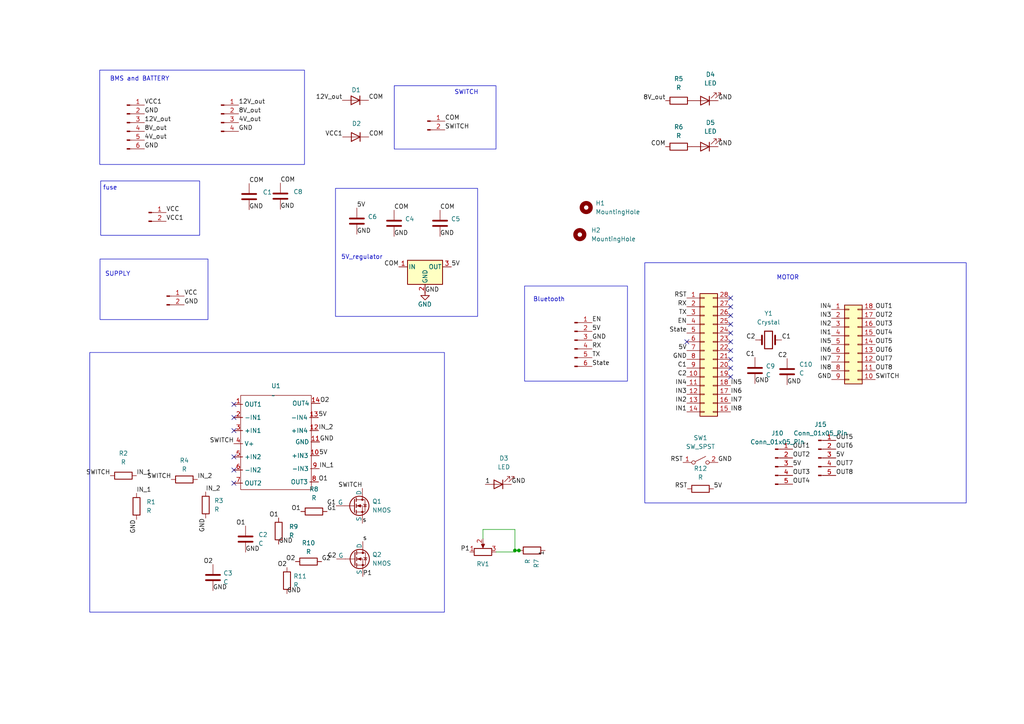
<source format=kicad_sch>
(kicad_sch (version 20230121) (generator eeschema)
  (paper "A4")
  (lib_symbols
    (symbol "Connector:Conn_01x02_Pin" (pin_names (offset 1.016) hide)
      (property "Reference" "J" (at 0 2.54 0))
      (property "Value" "Conn_01x02_Pin" (at 0 -5.08 0))
      (symbol "Conn_01x02_Pin_1_1"
        (polyline (pts (xy 1.27 -2.54) (xy 0.8636 -2.54)) (stroke (width 0.1524)))
        (polyline (pts (xy 1.27 0) (xy 0.8636 0)) (stroke (width 0.1524)))
        (rectangle (start 0.8636 -2.413) (end 0 -2.667) (stroke (width 0.1524)) (fill (type outline)))
        (rectangle (start 0.8636 0.127) (end 0 -0.127) (stroke (width 0.1524)) (fill (type outline)))
        (pin passive line (at 5.08 0 180) (length 3.81) (name "Pin_1") (number "1"))
        (pin passive line (at 5.08 -2.54 180) (length 3.81) (name "Pin_2") (number "2"))
      )
    )
    (symbol "Connector:Conn_01x04_Pin" (pin_names (offset 1.016) hide)
      (property "Reference" "J" (at 0 5.08 0))
      (property "Value" "Conn_01x04_Pin" (at 0 -7.62 0))
      (symbol "Conn_01x04_Pin_1_1"
        (polyline (pts (xy 1.27 -5.08) (xy 0.8636 -5.08)) (stroke (width 0.1524)))
        (polyline (pts (xy 1.27 -2.54) (xy 0.8636 -2.54)) (stroke (width 0.1524)))
        (polyline (pts (xy 1.27 0) (xy 0.8636 0)) (stroke (width 0.1524)))
        (polyline (pts (xy 1.27 2.54) (xy 0.8636 2.54)) (stroke (width 0.1524)))
        (rectangle (start 0.8636 -4.953) (end 0 -5.207) (stroke (width 0.1524)) (fill (type outline)))
        (rectangle (start 0.8636 -2.413) (end 0 -2.667) (stroke (width 0.1524)) (fill (type outline)))
        (rectangle (start 0.8636 0.127) (end 0 -0.127) (stroke (width 0.1524)) (fill (type outline)))
        (rectangle (start 0.8636 2.667) (end 0 2.413) (stroke (width 0.1524)) (fill (type outline)))
        (pin passive line (at 5.08 2.54 180) (length 3.81) (name "Pin_1") (number "1"))
        (pin passive line (at 5.08 0 180) (length 3.81) (name "Pin_2") (number "2"))
        (pin passive line (at 5.08 -2.54 180) (length 3.81) (name "Pin_3") (number "3"))
        (pin passive line (at 5.08 -5.08 180) (length 3.81) (name "Pin_4") (number "4"))
      )
    )
    (symbol "Connector:Conn_01x05_Pin" (pin_names (offset 1.016) hide)
      (property "Reference" "J" (at 0 7.62 0))
      (property "Value" "Conn_01x05_Pin" (at 0 -7.62 0))
      (symbol "Conn_01x05_Pin_1_1"
        (polyline (pts (xy 1.27 -5.08) (xy 0.8636 -5.08)) (stroke (width 0.1524)))
        (polyline (pts (xy 1.27 -2.54) (xy 0.8636 -2.54)) (stroke (width 0.1524)))
        (polyline (pts (xy 1.27 0) (xy 0.8636 0)) (stroke (width 0.1524)))
        (polyline (pts (xy 1.27 2.54) (xy 0.8636 2.54)) (stroke (width 0.1524)))
        (polyline (pts (xy 1.27 5.08) (xy 0.8636 5.08)) (stroke (width 0.1524)))
        (rectangle (start 0.8636 -4.953) (end 0 -5.207) (stroke (width 0.1524)) (fill (type outline)))
        (rectangle (start 0.8636 -2.413) (end 0 -2.667) (stroke (width 0.1524)) (fill (type outline)))
        (rectangle (start 0.8636 0.127) (end 0 -0.127) (stroke (width 0.1524)) (fill (type outline)))
        (rectangle (start 0.8636 2.667) (end 0 2.413) (stroke (width 0.1524)) (fill (type outline)))
        (rectangle (start 0.8636 5.207) (end 0 4.953) (stroke (width 0.1524)) (fill (type outline)))
        (pin passive line (at 5.08 5.08 180) (length 3.81) (name "Pin_1") (number "1"))
        (pin passive line (at 5.08 2.54 180) (length 3.81) (name "Pin_2") (number "2"))
        (pin passive line (at 5.08 0 180) (length 3.81) (name "Pin_3") (number "3"))
        (pin passive line (at 5.08 -2.54 180) (length 3.81) (name "Pin_4") (number "4"))
        (pin passive line (at 5.08 -5.08 180) (length 3.81) (name "Pin_5") (number "5"))
      )
    )
    (symbol "Connector:Conn_01x06_Pin" (pin_names (offset 1.016) hide)
      (property "Reference" "J" (at 0 7.62 0))
      (property "Value" "Conn_01x06_Pin" (at 0 -10.16 0))
      (symbol "Conn_01x06_Pin_1_1"
        (polyline (pts (xy 1.27 -7.62) (xy 0.8636 -7.62)) (stroke (width 0.1524)))
        (polyline (pts (xy 1.27 -5.08) (xy 0.8636 -5.08)) (stroke (width 0.1524)))
        (polyline (pts (xy 1.27 -2.54) (xy 0.8636 -2.54)) (stroke (width 0.1524)))
        (polyline (pts (xy 1.27 0) (xy 0.8636 0)) (stroke (width 0.1524)))
        (polyline (pts (xy 1.27 2.54) (xy 0.8636 2.54)) (stroke (width 0.1524)))
        (polyline (pts (xy 1.27 5.08) (xy 0.8636 5.08)) (stroke (width 0.1524)))
        (rectangle (start 0.8636 -7.493) (end 0 -7.747) (stroke (width 0.1524)) (fill (type outline)))
        (rectangle (start 0.8636 -4.953) (end 0 -5.207) (stroke (width 0.1524)) (fill (type outline)))
        (rectangle (start 0.8636 -2.413) (end 0 -2.667) (stroke (width 0.1524)) (fill (type outline)))
        (rectangle (start 0.8636 0.127) (end 0 -0.127) (stroke (width 0.1524)) (fill (type outline)))
        (rectangle (start 0.8636 2.667) (end 0 2.413) (stroke (width 0.1524)) (fill (type outline)))
        (rectangle (start 0.8636 5.207) (end 0 4.953) (stroke (width 0.1524)) (fill (type outline)))
        (pin passive line (at 5.08 5.08 180) (length 3.81) (name "Pin_1") (number "1"))
        (pin passive line (at 5.08 2.54 180) (length 3.81) (name "Pin_2") (number "2"))
        (pin passive line (at 5.08 0 180) (length 3.81) (name "Pin_3") (number "3"))
        (pin passive line (at 5.08 -2.54 180) (length 3.81) (name "Pin_4") (number "4"))
        (pin passive line (at 5.08 -5.08 180) (length 3.81) (name "Pin_5") (number "5"))
        (pin passive line (at 5.08 -7.62 180) (length 3.81) (name "Pin_6") (number "6"))
      )
    )
    (symbol "Connector_Generic:Conn_02x09_Counter_Clockwise" (pin_names (offset 1.016) hide)
      (property "Reference" "J" (at 1.27 12.7 0))
      (property "Value" "Conn_02x09_Counter_Clockwise" (at 1.27 -12.7 0))
      (symbol "Conn_02x09_Counter_Clockwise_1_1"
        (rectangle (start -1.27 -10.033) (end 0 -10.287) (stroke (width 0.1524)))
        (rectangle (start -1.27 -7.493) (end 0 -7.747) (stroke (width 0.1524)))
        (rectangle (start -1.27 -4.953) (end 0 -5.207) (stroke (width 0.1524)))
        (rectangle (start -1.27 -2.413) (end 0 -2.667) (stroke (width 0.1524)))
        (rectangle (start -1.27 0.127) (end 0 -0.127) (stroke (width 0.1524)))
        (rectangle (start -1.27 2.667) (end 0 2.413) (stroke (width 0.1524)))
        (rectangle (start -1.27 5.207) (end 0 4.953) (stroke (width 0.1524)))
        (rectangle (start -1.27 7.747) (end 0 7.493) (stroke (width 0.1524)))
        (rectangle (start -1.27 10.287) (end 0 10.033) (stroke (width 0.1524)))
        (rectangle (start -1.27 11.43) (end 3.81 -11.43) (stroke (width 0.254)) (fill (type background)))
        (rectangle (start 3.81 -10.033) (end 2.54 -10.287) (stroke (width 0.1524)))
        (rectangle (start 3.81 -7.493) (end 2.54 -7.747) (stroke (width 0.1524)))
        (rectangle (start 3.81 -4.953) (end 2.54 -5.207) (stroke (width 0.1524)))
        (rectangle (start 3.81 -2.413) (end 2.54 -2.667) (stroke (width 0.1524)))
        (rectangle (start 3.81 0.127) (end 2.54 -0.127) (stroke (width 0.1524)))
        (rectangle (start 3.81 2.667) (end 2.54 2.413) (stroke (width 0.1524)))
        (rectangle (start 3.81 5.207) (end 2.54 4.953) (stroke (width 0.1524)))
        (rectangle (start 3.81 7.747) (end 2.54 7.493) (stroke (width 0.1524)))
        (rectangle (start 3.81 10.287) (end 2.54 10.033) (stroke (width 0.1524)))
        (pin passive line (at -5.08 10.16 0) (length 3.81) (name "Pin_1") (number "1"))
        (pin passive line (at 7.62 -10.16 180) (length 3.81) (name "Pin_10") (number "10"))
        (pin passive line (at 7.62 -7.62 180) (length 3.81) (name "Pin_11") (number "11"))
        (pin passive line (at 7.62 -5.08 180) (length 3.81) (name "Pin_12") (number "12"))
        (pin passive line (at 7.62 -2.54 180) (length 3.81) (name "Pin_13") (number "13"))
        (pin passive line (at 7.62 0 180) (length 3.81) (name "Pin_14") (number "14"))
        (pin passive line (at 7.62 2.54 180) (length 3.81) (name "Pin_15") (number "15"))
        (pin passive line (at 7.62 5.08 180) (length 3.81) (name "Pin_16") (number "16"))
        (pin passive line (at 7.62 7.62 180) (length 3.81) (name "Pin_17") (number "17"))
        (pin passive line (at 7.62 10.16 180) (length 3.81) (name "Pin_18") (number "18"))
        (pin passive line (at -5.08 7.62 0) (length 3.81) (name "Pin_2") (number "2"))
        (pin passive line (at -5.08 5.08 0) (length 3.81) (name "Pin_3") (number "3"))
        (pin passive line (at -5.08 2.54 0) (length 3.81) (name "Pin_4") (number "4"))
        (pin passive line (at -5.08 0 0) (length 3.81) (name "Pin_5") (number "5"))
        (pin passive line (at -5.08 -2.54 0) (length 3.81) (name "Pin_6") (number "6"))
        (pin passive line (at -5.08 -5.08 0) (length 3.81) (name "Pin_7") (number "7"))
        (pin passive line (at -5.08 -7.62 0) (length 3.81) (name "Pin_8") (number "8"))
        (pin passive line (at -5.08 -10.16 0) (length 3.81) (name "Pin_9") (number "9"))
      )
    )
    (symbol "Connector_Generic:Conn_02x14_Counter_Clockwise" (pin_names (offset 1.016) hide)
      (property "Reference" "J" (at 1.27 17.78 0))
      (property "Value" "Conn_02x14_Counter_Clockwise" (at 1.27 -20.32 0))
      (symbol "Conn_02x14_Counter_Clockwise_1_1"
        (rectangle (start -1.27 -17.653) (end 0 -17.907) (stroke (width 0.1524)))
        (rectangle (start -1.27 -15.113) (end 0 -15.367) (stroke (width 0.1524)))
        (rectangle (start -1.27 -12.573) (end 0 -12.827) (stroke (width 0.1524)))
        (rectangle (start -1.27 -10.033) (end 0 -10.287) (stroke (width 0.1524)))
        (rectangle (start -1.27 -7.493) (end 0 -7.747) (stroke (width 0.1524)))
        (rectangle (start -1.27 -4.953) (end 0 -5.207) (stroke (width 0.1524)))
        (rectangle (start -1.27 -2.413) (end 0 -2.667) (stroke (width 0.1524)))
        (rectangle (start -1.27 0.127) (end 0 -0.127) (stroke (width 0.1524)))
        (rectangle (start -1.27 2.667) (end 0 2.413) (stroke (width 0.1524)))
        (rectangle (start -1.27 5.207) (end 0 4.953) (stroke (width 0.1524)))
        (rectangle (start -1.27 7.747) (end 0 7.493) (stroke (width 0.1524)))
        (rectangle (start -1.27 10.287) (end 0 10.033) (stroke (width 0.1524)))
        (rectangle (start -1.27 12.827) (end 0 12.573) (stroke (width 0.1524)))
        (rectangle (start -1.27 15.367) (end 0 15.113) (stroke (width 0.1524)))
        (rectangle (start -1.27 16.51) (end 3.81 -19.05) (stroke (width 0.254)) (fill (type background)))
        (rectangle (start 3.81 -17.653) (end 2.54 -17.907) (stroke (width 0.1524)))
        (rectangle (start 3.81 -15.113) (end 2.54 -15.367) (stroke (width 0.1524)))
        (rectangle (start 3.81 -12.573) (end 2.54 -12.827) (stroke (width 0.1524)))
        (rectangle (start 3.81 -10.033) (end 2.54 -10.287) (stroke (width 0.1524)))
        (rectangle (start 3.81 -7.493) (end 2.54 -7.747) (stroke (width 0.1524)))
        (rectangle (start 3.81 -4.953) (end 2.54 -5.207) (stroke (width 0.1524)))
        (rectangle (start 3.81 -2.413) (end 2.54 -2.667) (stroke (width 0.1524)))
        (rectangle (start 3.81 0.127) (end 2.54 -0.127) (stroke (width 0.1524)))
        (rectangle (start 3.81 2.667) (end 2.54 2.413) (stroke (width 0.1524)))
        (rectangle (start 3.81 5.207) (end 2.54 4.953) (stroke (width 0.1524)))
        (rectangle (start 3.81 7.747) (end 2.54 7.493) (stroke (width 0.1524)))
        (rectangle (start 3.81 10.287) (end 2.54 10.033) (stroke (width 0.1524)))
        (rectangle (start 3.81 12.827) (end 2.54 12.573) (stroke (width 0.1524)))
        (rectangle (start 3.81 15.367) (end 2.54 15.113) (stroke (width 0.1524)))
        (pin passive line (at -5.08 15.24 0) (length 3.81) (name "Pin_1") (number "1"))
        (pin passive line (at -5.08 -7.62 0) (length 3.81) (name "Pin_10") (number "10"))
        (pin passive line (at -5.08 -10.16 0) (length 3.81) (name "Pin_11") (number "11"))
        (pin passive line (at -5.08 -12.7 0) (length 3.81) (name "Pin_12") (number "12"))
        (pin passive line (at -5.08 -15.24 0) (length 3.81) (name "Pin_13") (number "13"))
        (pin passive line (at -5.08 -17.78 0) (length 3.81) (name "Pin_14") (number "14"))
        (pin passive line (at 7.62 -17.78 180) (length 3.81) (name "Pin_15") (number "15"))
        (pin passive line (at 7.62 -15.24 180) (length 3.81) (name "Pin_16") (number "16"))
        (pin passive line (at 7.62 -12.7 180) (length 3.81) (name "Pin_17") (number "17"))
        (pin passive line (at 7.62 -10.16 180) (length 3.81) (name "Pin_18") (number "18"))
        (pin passive line (at 7.62 -7.62 180) (length 3.81) (name "Pin_19") (number "19"))
        (pin passive line (at -5.08 12.7 0) (length 3.81) (name "Pin_2") (number "2"))
        (pin passive line (at 7.62 -5.08 180) (length 3.81) (name "Pin_20") (number "20"))
        (pin passive line (at 7.62 -2.54 180) (length 3.81) (name "Pin_21") (number "21"))
        (pin passive line (at 7.62 0 180) (length 3.81) (name "Pin_22") (number "22"))
        (pin passive line (at 7.62 2.54 180) (length 3.81) (name "Pin_23") (number "23"))
        (pin passive line (at 7.62 5.08 180) (length 3.81) (name "Pin_24") (number "24"))
        (pin passive line (at 7.62 7.62 180) (length 3.81) (name "Pin_25") (number "25"))
        (pin passive line (at 7.62 10.16 180) (length 3.81) (name "Pin_26") (number "26"))
        (pin passive line (at 7.62 12.7 180) (length 3.81) (name "Pin_27") (number "27"))
        (pin passive line (at 7.62 15.24 180) (length 3.81) (name "Pin_28") (number "28"))
        (pin passive line (at -5.08 10.16 0) (length 3.81) (name "Pin_3") (number "3"))
        (pin passive line (at -5.08 7.62 0) (length 3.81) (name "Pin_4") (number "4"))
        (pin passive line (at -5.08 5.08 0) (length 3.81) (name "Pin_5") (number "5"))
        (pin passive line (at -5.08 2.54 0) (length 3.81) (name "Pin_6") (number "6"))
        (pin passive line (at -5.08 0 0) (length 3.81) (name "Pin_7") (number "7"))
        (pin passive line (at -5.08 -2.54 0) (length 3.81) (name "Pin_8") (number "8"))
        (pin passive line (at -5.08 -5.08 0) (length 3.81) (name "Pin_9") (number "9"))
      )
    )
    (symbol "Device:C" (pin_numbers hide) (pin_names (offset 0.254))
      (property "Reference" "C" (at 0.635 2.54 0))
      (property "Value" "C" (at 0.635 -2.54 0))
      (symbol "C_0_1"
        (polyline (pts (xy -2.032 -0.762) (xy 2.032 -0.762)) (stroke (width 0.508)))
        (polyline (pts (xy -2.032 0.762) (xy 2.032 0.762)) (stroke (width 0.508)))
      )
      (symbol "C_1_1"
        (pin passive line (at 0 3.81 270) (length 2.794) (name "~") (number "1"))
        (pin passive line (at 0 -3.81 90) (length 2.794) (name "~") (number "2"))
      )
    )
    (symbol "Device:Crystal" (pin_numbers hide) (pin_names (offset 1.016) hide)
      (property "Reference" "Y" (at 0 3.81 0))
      (property "Value" "Crystal" (at 0 -3.81 0))
      (symbol "Crystal_0_1"
        (rectangle (start -1.143 2.54) (end 1.143 -2.54) (stroke (width 0.3048)))
        (polyline (pts (xy -2.54 0) (xy -1.905 0)))
        (polyline (pts (xy -1.905 -1.27) (xy -1.905 1.27)) (stroke (width 0.508)))
        (polyline (pts (xy 1.905 -1.27) (xy 1.905 1.27)) (stroke (width 0.508)))
        (polyline (pts (xy 2.54 0) (xy 1.905 0)))
      )
      (symbol "Crystal_1_1"
        (pin passive line (at -3.81 0 0) (length 1.27) (name "1") (number "1"))
        (pin passive line (at 3.81 0 180) (length 1.27) (name "2") (number "2"))
      )
    )
    (symbol "Device:LED" (pin_numbers hide) (pin_names (offset 1.016) hide)
      (property "Reference" "D" (at 0 2.54 0))
      (property "Value" "LED" (at 0 -2.54 0))
      (symbol "LED_0_1"
        (polyline (pts (xy -1.27 -1.27) (xy -1.27 1.27)) (stroke (width 0.254)))
        (polyline (pts (xy -1.27 0) (xy 1.27 0)))
        (polyline (pts (xy 1.27 -1.27) (xy 1.27 1.27) (xy -1.27 0) (xy 1.27 -1.27)) (stroke (width 0.254)))
        (polyline (pts (xy -3.048 -0.762) (xy -4.572 -2.286) (xy -3.81 -2.286) (xy -4.572 -2.286) (xy -4.572 -1.524)))
        (polyline (pts (xy -1.778 -0.762) (xy -3.302 -2.286) (xy -2.54 -2.286) (xy -3.302 -2.286) (xy -3.302 -1.524)))
      )
      (symbol "LED_1_1"
        (pin passive line (at -3.81 0 0) (length 2.54) (name "K") (number "1"))
        (pin passive line (at 3.81 0 180) (length 2.54) (name "A") (number "2"))
      )
    )
    (symbol "Device:R" (pin_numbers hide) (pin_names (offset 0))
      (property "Reference" "R" (at 2.032 0 90))
      (property "Value" "R" (at 0 0 90))
      (symbol "R_0_1"
        (rectangle (start -1.016 -2.54) (end 1.016 2.54) (stroke (width 0.254)))
      )
      (symbol "R_1_1"
        (pin passive line (at 0 3.81 270) (length 1.27) (name "~") (number "1"))
        (pin passive line (at 0 -3.81 90) (length 1.27) (name "~") (number "2"))
      )
    )
    (symbol "Device:R_Potentiometer" (pin_names (offset 1.016) hide)
      (property "Reference" "RV" (at -4.445 0 90))
      (property "Value" "R_Potentiometer" (at -2.54 0 90))
      (symbol "R_Potentiometer_0_1"
        (polyline (pts (xy 2.54 0) (xy 1.524 0)))
        (polyline (pts (xy 1.143 0) (xy 2.286 0.508) (xy 2.286 -0.508) (xy 1.143 0)) (fill (type outline)))
        (rectangle (start 1.016 2.54) (end -1.016 -2.54) (stroke (width 0.254)))
      )
      (symbol "R_Potentiometer_1_1"
        (pin passive line (at 0 3.81 270) (length 1.27) (name "1") (number "1"))
        (pin passive line (at 3.81 0 180) (length 1.27) (name "2") (number "2"))
        (pin passive line (at 0 -3.81 90) (length 1.27) (name "3") (number "3"))
      )
    )
    (symbol "Diode:1N914" (pin_numbers hide) (pin_names hide)
      (property "Reference" "D" (at 0 2.54 0))
      (property "Value" "1N914" (at 0 -2.54 0))
      (symbol "1N914_0_1"
        (polyline (pts (xy -1.27 1.27) (xy -1.27 -1.27)) (stroke (width 0.254)))
        (polyline (pts (xy 1.27 0) (xy -1.27 0)))
        (polyline (pts (xy 1.27 1.27) (xy 1.27 -1.27) (xy -1.27 0) (xy 1.27 1.27)) (stroke (width 0.254)))
      )
      (symbol "1N914_1_1"
        (pin passive line (at -3.81 0 0) (length 2.54) (name "K") (number "1"))
        (pin passive line (at 3.81 0 180) (length 2.54) (name "A") (number "2"))
      )
    )
    (symbol "Mechanical:MountingHole" (pin_names (offset 1.016))
      (property "Reference" "H" (at 0 5.08 0))
      (property "Value" "MountingHole" (at 0 3.175 0))
      (symbol "MountingHole_0_1"
        (circle (center 0 0) (radius 1.27) (stroke (width 1.27)))
      )
    )
    (symbol "Regulator_Linear:L7805" (pin_names (offset 0.254))
      (property "Reference" "U" (at -3.81 3.175 0))
      (property "Value" "L7805" (at 0 3.175 0))
      (symbol "L7805_0_1"
        (rectangle (start -5.08 1.905) (end 5.08 -5.08) (stroke (width 0.254)) (fill (type background)))
      )
      (symbol "L7805_1_1"
        (pin power_in line (at -7.62 0 0) (length 2.54) (name "IN") (number "1"))
        (pin power_in line (at 0 -7.62 90) (length 2.54) (name "GND") (number "2"))
        (pin power_out line (at 7.62 0 180) (length 2.54) (name "OUT") (number "3"))
      )
    )
    (symbol "Simulation_SPICE:NMOS" (pin_numbers hide) (pin_names (offset 0))
      (property "Reference" "Q" (at 5.08 1.27 0))
      (property "Value" "NMOS" (at 5.08 -1.27 0))
      (symbol "NMOS_0_1"
        (polyline (pts (xy 0.254 0) (xy -2.54 0)))
        (polyline (pts (xy 0.254 1.905) (xy 0.254 -1.905)) (stroke (width 0.254)))
        (polyline (pts (xy 0.762 -1.27) (xy 0.762 -2.286)) (stroke (width 0.254)))
        (polyline (pts (xy 0.762 0.508) (xy 0.762 -0.508)) (stroke (width 0.254)))
        (polyline (pts (xy 0.762 2.286) (xy 0.762 1.27)) (stroke (width 0.254)))
        (polyline (pts (xy 2.54 2.54) (xy 2.54 1.778)))
        (polyline (pts (xy 2.54 -2.54) (xy 2.54 0) (xy 0.762 0)))
        (polyline (pts (xy 0.762 -1.778) (xy 3.302 -1.778) (xy 3.302 1.778) (xy 0.762 1.778)))
        (polyline (pts (xy 1.016 0) (xy 2.032 0.381) (xy 2.032 -0.381) (xy 1.016 0)) (fill (type outline)))
        (polyline (pts (xy 2.794 0.508) (xy 2.921 0.381) (xy 3.683 0.381) (xy 3.81 0.254)))
        (polyline (pts (xy 3.302 0.381) (xy 2.921 -0.254) (xy 3.683 -0.254) (xy 3.302 0.381)))
        (circle (center 1.651 0) (radius 2.794) (stroke (width 0.254)))
        (circle (center 2.54 -1.778) (radius 0.254) (fill (type outline)))
        (circle (center 2.54 1.778) (radius 0.254) (fill (type outline)))
      )
      (symbol "NMOS_1_1"
        (pin passive line (at 2.54 5.08 270) (length 2.54) (name "D") (number "1"))
        (pin input line (at -5.08 0 0) (length 2.54) (name "G") (number "2"))
        (pin passive line (at 2.54 -5.08 90) (length 2.54) (name "S") (number "3"))
      )
    )
    (symbol "Switch:SW_SPST" (pin_names (offset 0) hide)
      (property "Reference" "SW" (at 0 3.175 0))
      (property "Value" "SW_SPST" (at 0 -2.54 0))
      (symbol "SW_SPST_0_0"
        (circle (center -2.032 0) (radius 0.508))
        (polyline (pts (xy -1.524 0.254) (xy 1.524 1.778)))
        (circle (center 2.032 0) (radius 0.508))
      )
      (symbol "SW_SPST_1_1"
        (pin passive line (at -5.08 0 0) (length 2.54) (name "A") (number "1"))
        (pin passive line (at 5.08 0 180) (length 2.54) (name "B") (number "2"))
      )
    )
    (symbol "opamp:L"
      (property "Reference" "U" (at 0 0 0))
      (symbol "L_0_1"
        (rectangle (start -9.4742 0.0508) (end 11.0236 -27.2796))
      )
      (symbol "L_1_1"
        (pin output line (at -11.43 -2.54 0) (length 2.54) (name "OUT1") (number "1"))
        (pin output line (at 13.2588 -17.4244 180) (length 2.54) (name "+IN3") (number "10"))
        (pin input line (at 13.462 -13.4366 180) (length 2.54) (name "GND") (number "11"))
        (pin input line (at 13.1064 -10.16 180) (length 2.54) (name "+IN4") (number "12"))
        (pin input line (at 13.0556 -6.3754 180) (length 2.54) (name "-IN4") (number "13"))
        (pin output line (at 13.5382 -2.2606 180) (length 2.54) (name "OUT4") (number "14"))
        (pin input line (at -11.43 -6.35 0) (length 2.54) (name "-IN1") (number "2"))
        (pin input line (at -11.43 -10.16 0) (length 2.54) (name "+IN1") (number "3"))
        (pin input line (at -11.43 -13.97 0) (length 2.54) (name "V+") (number "4"))
        (pin input line (at -11.43 -17.78 0) (length 2.54) (name "+IN2") (number "5"))
        (pin input line (at -11.43 -21.59 0) (length 2.54) (name "-IN2") (number "6"))
        (pin output line (at -11.43 -25.4 0) (length 2.54) (name "OUT2") (number "7"))
        (pin output line (at 13.1064 -25.0444 180) (length 2.54) (name "OUT3") (number "8"))
        (pin output line (at 13.335 -21.209 180) (length 2.54) (name "-IN3") (number "9"))
      )
    )
    (symbol "power:GND" (power) (pin_names (offset 0))
      (property "Value" "GND" (at 0 -3.81 0))
      (symbol "GND_0_1"
        (polyline (pts (xy 0 0) (xy 0 -1.27) (xy 1.27 -1.27) (xy 0 -2.54) (xy -1.27 -1.27) (xy 0 -1.27)))
      )
      (symbol "GND_1_1"
        (pin power_in line (at 0 0 270) (length 0) hide (name "GND") (number "1"))
      )
    )
  )
  (junction (at 149.352 159.6644))
  (junction (at 150.495 159.6644))
  (no_connect (at 199.2122 99.1362))
  (no_connect (at 211.9122 96.5962))
  (no_connect (at 67.8434 124.8918))
  (no_connect (at 211.9122 104.2162))
  (no_connect (at 211.9122 91.5162))
  (no_connect (at 211.9122 88.9762))
  (no_connect (at 67.8434 117.2718))
  (no_connect (at 211.9122 86.4362))
  (no_connect (at 67.8434 140.1318))
  (no_connect (at 211.9122 94.0562))
  (no_connect (at 67.8434 132.5118))
  (no_connect (at 67.8434 136.3218))
  (no_connect (at 211.9122 101.6762))
  (no_connect (at 211.9122 109.2962))
  (no_connect (at 67.8434 121.0818))
  (no_connect (at 211.9122 99.1362))
  (no_connect (at 211.9122 106.7562))
  (wire (pts (xy 149.352 159.6644) (xy 150.495 159.6644)))
  (wire (pts (xy 150.495 159.6644) (xy 150.6728 159.6644)))
  (wire (pts (xy 143.891 160.0962) (xy 149.352 160.0962)))
  (wire (pts (xy 149.352 153.5684) (xy 149.352 159.6644)))
  (wire (pts (xy 149.352 159.6644) (xy 149.352 160.0962)))
  (wire (pts (xy 140.081 156.2862) (xy 140.081 153.5684)))
  (wire (pts (xy 140.081 153.5684) (xy 149.352 153.5684)))
  (rectangle (start 187.0202 76.2) (end 280.2382 145.8722))
  (rectangle (start 28.9306 20.3454) (end 88.3158 47.7012))
  (rectangle (start 29.0068 75.1332) (end 60.325 92.6846))
  (rectangle (start 26.035 102.235) (end 128.905 177.546))
  (rectangle (start 29.21 52.4764) (end 57.912 68.2498))
  (rectangle (start 152.146 82.9564) (end 181.991 110.5408))
  (rectangle (start 97.3074 54.6354) (end 138.5316 91.7702))
  (rectangle (start 114.3508 24.8666) (end 143.8656 43.2308))
  (text "fuse\n" (at 29.845 55.2958 0) (effects (font (size 1.27 1.27)) (justify left bottom)))
  (text "Bluetooth\n" (at 154.6098 87.6808 0) (effects (font (size 1.27 1.27)) (justify left bottom)))
  (text "MOTOR\n" (at 225.2218 81.3562 0) (effects (font (size 1.27 1.27)) (justify left bottom)))
  (text "SUPPLY\n\n" (at 30.4546 82.3468 0) (effects (font (size 1.27 1.27)) (justify left bottom)))
  (text "5V_regulator\n" (at 98.9076 75.4126 0) (effects (font (size 1.27 1.27)) (justify left bottom)))
  (text "SWITCH\n" (at 131.7752 27.5844 0) (effects (font (size 1.27 1.27)) (justify left bottom)))
  (text "BMS and BATTERY\n" (at 31.8516 23.6982 0) (effects (font (size 1.27 1.27)) (justify left bottom)))
  (label "OUT8" (at 253.873 107.5436 0))
  (label "GND" (at 39.5986 150.6728 270))
  (label "IN8" (at 211.9122 119.4562 0))
  (label "COM" (at 114.3 60.96 0))
  (label "IN_2" (at 57.277 139.065 0))
  (label "O2" (at 85.6742 162.8902 180))
  (label "OUT1" (at 253.873 89.7636 0))
  (label "GND" (at 61.7728 171.323 0))
  (label "5V" (at 92.5322 132.1562 0))
  (label "COM" (at 72.263 53.213 0))
  (label "EN" (at 171.7294 93.5736 0))
  (label "OUT5" (at 253.873 99.9236 0))
  (label "C2" (at 228.2952 103.9876 180))
  (label "VCC" (at 48.2092 61.6458 0))
  (label "SWITCH" (at 253.873 110.0836 0))
  (label "SWITCH" (at 31.9786 137.9728 180))
  (label "GND" (at 92.7354 128.1684 0))
  (label "1" (at 158.115 159.6644 270))
  (label "VCC" (at 53.4416 85.8774 0))
  (label "GND" (at 208.2546 134.1374 0))
  (label "TX" (at 171.7294 103.7336 0))
  (label "IN5" (at 241.173 99.9236 180))
  (label "GND" (at 208.28 42.545 0))
  (label "IN6" (at 241.173 102.4636 180))
  (label "OUT1" (at 229.9208 130.2766 0))
  (label "VCC1" (at 99.3648 39.7256 180))
  (label "SWITCH" (at 49.657 139.065 180))
  (label "G1" (at 94.869 148.3614 0))
  (label "VCC1" (at 48.2092 64.1858 0))
  (label "IN1" (at 199.2122 119.4562 180))
  (label "IN3" (at 199.2122 114.3762 180))
  (label "RST" (at 199.3646 141.7828 180))
  (label "8V_out" (at 41.91 38.1 0))
  (label "IN2" (at 241.173 94.8436 180))
  (label "GND" (at 171.7294 98.6536 0))
  (label "8V_out" (at 69.215 33.02 0))
  (label "8V_out" (at 193.04 29.21 180))
  (label "TX" (at 199.2122 91.5162 180))
  (label "P1" (at 105.2322 167.2082 0))
  (label "5V" (at 199.2122 101.6762 180))
  (label "G2" (at 97.6122 162.1282 180))
  (label "GND" (at 41.91 33.02 0))
  (label "C1" (at 218.9734 103.6574 180))
  (label "GND" (at 218.9734 111.2774 0))
  (label "IN1" (at 241.173 97.3836 180))
  (label "GND" (at 123.2916 85.0138 0))
  (label "OUT6" (at 242.443 130.2766 0))
  (label "OUT4" (at 253.873 97.3836 0))
  (label "5V" (at 103.505 60.325 0))
  (label "SWITCH" (at 67.8434 128.7018 180))
  (label "IN_1" (at 92.6084 135.9408 0))
  (label "4V_out" (at 41.91 40.64 0))
  (label "s" (at 105.1052 151.7904 0))
  (label "IN8" (at 241.173 107.5436 180))
  (label "GND" (at 53.4416 88.4174 0))
  (label "5V" (at 130.9116 77.3938 0))
  (label "C2" (at 219.1004 98.6028 180))
  (label "OUT2" (at 253.873 92.3036 0))
  (label "IN3" (at 241.173 92.3036 180))
  (label "EN" (at 199.2122 94.0562 180))
  (label "IN_2" (at 59.6646 142.6718 0))
  (label "SWITCH" (at 105.1052 141.6304 180))
  (label "O2" (at 92.8116 116.9924 0))
  (label "State" (at 171.7294 106.2736 0))
  (label "12V_out" (at 99.2886 29.083 180))
  (label "COM" (at 106.9086 29.083 0))
  (label "OUT7" (at 242.443 135.3566 0))
  (label "P1" (at 136.271 160.0962 180))
  (label "GND" (at 103.505 67.945 0))
  (label "O2" (at 83.2358 164.592 180))
  (label "5V" (at 171.7294 96.1136 0))
  (label "IN_1" (at 39.5986 137.9728 0))
  (label "IN7" (at 241.173 105.0036 180))
  (label "O1" (at 71.2216 152.5524 180))
  (label "GND" (at 199.2122 104.2162 180))
  (label "4V_out" (at 69.215 35.56 0))
  (label "RST" (at 198.0946 134.1374 180))
  (label "IN_2" (at 92.3798 124.8918 0))
  (label "COM" (at 106.9848 39.7256 0))
  (label "GND" (at 59.6646 150.2918 270))
  (label "OUT5" (at 242.443 127.7366 0))
  (label "GND" (at 148.3614 140.4874 0))
  (label "RX" (at 171.7294 101.1936 0))
  (label "C1" (at 199.2122 106.7562 180))
  (label "OUT8" (at 242.443 137.8966 0))
  (label "GND" (at 208.28 29.21 0))
  (label "OUT3" (at 253.873 94.8436 0))
  (label "IN6" (at 211.9122 114.3762 0))
  (label "GND" (at 83.2358 172.212 0))
  (label "GND" (at 127.635 68.58 0))
  (label "GND" (at 41.91 43.18 0))
  (label "GND" (at 72.263 60.833 0))
  (label "OUT4" (at 229.9208 140.4366 0))
  (label "5V" (at 229.9208 135.3566 0))
  (label "GND" (at 69.215 38.1 0))
  (label "RX" (at 199.2122 88.9762 180))
  (label "O2" (at 61.7728 163.703 180))
  (label "IN7" (at 211.9122 116.9162 0))
  (label "GND" (at 81.3308 60.706 0))
  (label "IN4" (at 199.2122 111.8362 180))
  (label "IN2" (at 199.2122 116.9162 180))
  (label "12V_out" (at 69.215 30.48 0))
  (label "s" (at 105.2322 157.0482 0))
  (label "G2" (at 93.2942 162.8902 0))
  (label "IN_1" (at 39.5986 143.0528 0))
  (label "SWITCH" (at 129.0574 37.6682 0))
  (label "5V" (at 242.443 132.8166 0))
  (label "GND" (at 241.173 110.0836 180))
  (label "State" (at 199.2122 96.5962 180))
  (label "COM" (at 81.3308 53.086 0))
  (label "O1" (at 80.8228 150.2156 180))
  (label "IN4" (at 241.173 89.7636 180))
  (label "COM" (at 193.04 42.545 180))
  (label "VCC1" (at 41.91 30.48 0))
  (label "OUT7" (at 253.873 105.0036 0))
  (label "12V_out" (at 41.91 35.56 0))
  (label "RST" (at 199.2122 86.4362 180))
  (label "GND" (at 114.3 68.58 0))
  (label "COM" (at 127.635 60.96 0))
  (label "COM" (at 115.6716 77.3938 180))
  (label "5V" (at 92.329 121.1072 0))
  (label "OUT6" (at 253.873 102.4636 0))
  (label "C2" (at 199.2122 109.2962 180))
  (label "OUT3" (at 229.9208 137.8966 0))
  (label "5V" (at 206.9846 141.7828 0))
  (label "1" (at 140.7414 140.4874 0))
  (label "OUT2" (at 229.9208 132.8166 0))
  (label "C1" (at 226.7204 98.6028 0))
  (label "GND" (at 80.8228 157.8356 0))
  (label "IN5" (at 211.9122 111.8362 0))
  (label "G1" (at 97.4852 146.7104 180))
  (label "O1" (at 87.249 148.3614 180))
  (label "GND" (at 71.2216 160.1724 0))
  (label "O1" (at 92.3798 139.7762 0))
  (label "COM" (at 129.0574 35.1282 0))
  (label "GND" (at 228.2952 111.6076 0))
  (symbol (lib_id "Device:C") (at 218.9734 107.4674 0) (unit 1)
    (property "Reference" "C9" (at 222.123 106.1974 0) (effects (justify left)))
    (property "Value" "C" (at 222.123 108.7374 0) (effects (justify left)))
    (property "Footprint" "MY_LIB:Capacitor_Disc_Small" (effects hide))
  )
  (symbol (lib_id "Device:R") (at 35.7886 137.9728 90) (unit 1)
    (property "Reference" "R2" (at 35.7886 131.4958 90))
    (property "Value" "R" (at 35.7886 134.0358 90))
    (property "Footprint" "MY_LIB:Resistor_small" (effects hide))
  )
  (symbol (lib_id "Device:C") (at 71.2216 156.3624 0) (unit 1)
    (property "Reference" "C2" (at 74.93 155.0924 0) (effects (justify left)))
    (property "Value" "C" (at 74.93 157.6324 0) (effects (justify left)))
    (property "Footprint" "MY_LIB:Capacitor_Disc_Small" (effects hide))
  )
  (symbol (lib_id "Simulation_SPICE:NMOS") (at 102.5652 146.7104 0) (unit 1)
    (property "Reference" "Q1" (at 107.95 145.4404 0) (effects (justify left)))
    (property "Value" "NMOS" (at 107.95 147.9804 0) (effects (justify left)))
    (property "Footprint" "Package_TO_SOT_THT:TO-220-3_Vertical" (effects hide))
    (property "Datasheet" "https://ngspice.sourceforge.io/docs/ngspice-manual.pdf" (effects hide))
    (property "Sim.Device" "NMOS" (effects hide))
    (property "Sim.Type" "VDMOS" (effects hide))
    (property "Sim.Pins" "1=D 2=G 3=S" (effects hide))
  )
  (symbol (lib_id "power:GND") (at 123.2916 84.455 0) (unit 1)
    (property "Reference" "#PWR02" (effects hide))
    (property "Value" "GND" (at 123.2154 88.265 0))
  )
  (symbol (lib_id "Device:C") (at 114.3 64.77 0) (unit 1)
    (property "Reference" "C4" (at 117.475 63.5 0) (effects (justify left)))
    (property "Value" "C" (effects hide))
    (property "Footprint" "MY_LIB:Capacitor_100uF" (effects hide))
  )
  (symbol (lib_id "Connector_Generic:Conn_02x14_Counter_Clockwise") (at 204.2922 101.6762 0) (unit 1)
    (property "Reference" "J7" (effects hide))
    (property "Value" "Conn_02x14_Counter_Clockwise" (effects hide))
    (property "Footprint" "MY_LIB:DIP-28" (effects hide))
  )
  (symbol (lib_id "Device:R") (at 91.059 148.3614 90) (unit 1)
    (property "Reference" "R8" (at 91.059 141.8844 90))
    (property "Value" "R" (at 91.059 144.4244 90))
    (property "Footprint" "MY_LIB:Resistor_small" (effects hide))
  )
  (symbol (lib_id "Device:R") (at 154.305 159.6644 270) (unit 1)
    (property "Reference" "R7" (at 155.575 162.0774 0) (effects (justify left)))
    (property "Value" "R" (at 153.035 162.0774 0) (effects (justify left)))
    (property "Footprint" "Resistor_THT:R_Axial_DIN0516_L15.5mm_D5.0mm_P20.32mm_Horizontal" (effects hide))
  )
  (symbol (lib_id "Device:R") (at 89.4842 162.8902 90) (unit 1)
    (property "Reference" "R10" (at 89.4842 157.48 90))
    (property "Value" "R" (at 89.4842 160.02 90))
    (property "Footprint" "MY_LIB:Resistor_small" (effects hide))
  )
  (symbol (lib_id "Device:R") (at 83.2358 168.402 0) (unit 1)
    (property "Reference" "R11" (at 85.09 167.132 0) (effects (justify left)))
    (property "Value" "R" (at 85.09 169.672 0) (effects (justify left)))
    (property "Footprint" "MY_LIB:Resistor_small" (effects hide))
  )
  (symbol (lib_id "Device:R_Potentiometer") (at 140.081 160.0962 90) (unit 1)
    (property "Reference" "RV1" (at 140.081 163.576 90))
    (property "Value" "R_Potentiometer" (effects hide))
    (property "Footprint" "MY_LIB:bornier2" (effects hide))
  )
  (symbol (lib_id "Mechanical:MountingHole") (at 170.0276 60.198 0) (unit 1)
    (property "Reference" "H1" (at 172.72 58.928 0) (effects (justify left)))
    (property "Value" "MountingHole" (at 172.72 61.468 0) (effects (justify left)))
    (property "Footprint" "MountingHole:MountingHole_3mm" (effects hide))
  )
  (symbol (lib_id "Device:C") (at 228.2952 107.7976 0) (unit 1)
    (property "Reference" "C10" (at 231.775 105.6894 0) (effects (justify left)))
    (property "Value" "C" (at 231.775 108.2294 0) (effects (justify left)))
    (property "Footprint" "MY_LIB:Capacitor_Disc_Small" (effects hide))
  )
  (symbol (lib_id "Device:LED") (at 144.5514 140.4874 180) (unit 1)
    (property "Reference" "D3" (at 146.1389 132.9182 0))
    (property "Value" "LED" (at 146.1389 135.4582 0))
    (property "Footprint" "MY_LIB:bornier2" (effects hide))
  )
  (symbol (lib_id "Connector_Generic:Conn_02x09_Counter_Clockwise") (at 246.253 99.9236 0) (unit 1)
    (property "Reference" "J8" (effects hide))
    (property "Value" "Conn_02x09_Counter_Clockwise" (effects hide))
    (property "Footprint" "Package_DIP:DIP-18_W7.62mm_LongPads" (effects hide))
  )
  (symbol (lib_id "Connector:Conn_01x02_Pin") (at 48.3616 85.8774 0) (unit 1)
    (property "Reference" "J1" (effects hide))
    (property "Value" "Conn_01x02_Pin" (effects hide))
    (property "Footprint" "MY_LIB:bornier2" (effects hide))
  )
  (symbol (lib_id "Device:R") (at 196.85 42.545 90) (unit 1)
    (property "Reference" "R6" (at 196.85 36.83 90))
    (property "Value" "R" (at 196.85 39.37 90))
    (property "Footprint" "MY_LIB:Resistor_small" (effects hide))
  )
  (symbol (lib_id "Connector:Conn_01x05_Pin") (at 237.363 132.8166 0) (unit 1)
    (property "Reference" "J15" (at 237.998 123.1138 0))
    (property "Value" "Conn_01x05_Pin" (at 237.998 125.6538 0))
    (property "Footprint" "MY_LIB:new_5_jst_bournier" (effects hide))
  )
  (symbol (lib_id "Device:C") (at 81.3308 56.896 0) (unit 1)
    (property "Reference" "C8" (at 85.09 55.626 0) (effects (justify left)))
    (property "Value" "C" (effects hide))
    (property "Footprint" "MY_LIB:Capacitor_100uF" (effects hide))
  )
  (symbol (lib_id "Connector:Conn_01x06_Pin") (at 36.83 35.56 0) (unit 1)
    (property "Reference" "J11" (effects hide))
    (property "Value" "Conn_01x06_Pin" (effects hide))
    (property "Footprint" "BMS:BMS" (effects hide))
  )
  (symbol (lib_id "Device:R") (at 59.6646 146.4818 0) (unit 1)
    (property "Reference" "R3" (at 62.1284 145.2118 0) (effects (justify left)))
    (property "Value" "R" (at 62.1284 147.7518 0) (effects (justify left)))
    (property "Footprint" "MY_LIB:Resistor_small" (effects hide))
  )
  (symbol (lib_id "Device:R") (at 203.1746 141.7828 90) (unit 1)
    (property "Reference" "R12" (at 203.1746 135.89 90))
    (property "Value" "R" (at 203.1746 138.43 90))
    (property "Footprint" "MY_LIB:Resistor_small" (effects hide))
  )
  (symbol (lib_id "Connector:Conn_01x05_Pin") (at 224.8408 135.3566 0) (unit 1)
    (property "Reference" "J10" (at 225.4758 125.6538 0))
    (property "Value" "Conn_01x05_Pin" (at 225.4758 128.1938 0))
    (property "Footprint" "MY_LIB:new_5_jst_bournier" (effects hide))
  )
  (symbol (lib_id "Device:C") (at 72.263 57.023 0) (unit 1)
    (property "Reference" "C1" (at 76.2 55.753 0) (effects (justify left)))
    (property "Value" "C" (effects hide))
    (property "Footprint" "MY_LIB:Capacitor_Disc_Small" (effects hide))
  )
  (symbol (lib_id "Connector:Conn_01x02_Pin") (at 123.9774 35.1282 0) (unit 1)
    (property "Reference" "J6" (effects hide))
    (property "Value" "Conn_01x02_Pin" (effects hide))
    (property "Footprint" "MY_LIB:bornier2" (effects hide))
  )
  (symbol (lib_id "Device:C") (at 127.635 64.77 0) (unit 1)
    (property "Reference" "C5" (at 130.81 63.5 0) (effects (justify left)))
    (property "Value" "C" (effects hide))
    (property "Footprint" "MY_LIB:Capacitor_Disc_Small" (effects hide))
  )
  (symbol (lib_id "opamp:L") (at 79.2734 114.7318 0) (unit 1)
    (property "Reference" "U1" (at 80.0481 111.9124 0))
    (property "Value" "~" (at 79.2734 114.7318 0))
    (property "Footprint" "Package_DIP:DIP-14_W7.62mm" (effects hide))
  )
  (symbol (lib_id "Mechanical:MountingHole") (at 168.1734 68.0466 0) (unit 1)
    (property "Reference" "H2" (at 171.45 66.7766 0) (effects (justify left)))
    (property "Value" "MountingHole" (at 171.45 69.3166 0) (effects (justify left)))
    (property "Footprint" "MountingHole:MountingHole_3mm" (effects hide))
  )
  (symbol (lib_id "Connector:Conn_01x04_Pin") (at 64.135 33.02 0) (unit 1)
    (property "Reference" "J5" (effects hide))
    (property "Value" "Conn_01x04_Pin" (effects hide))
    (property "Footprint" "MY_LIB:new_5_jst_bournier" (effects hide))
  )
  (symbol (lib_id "Regulator_Linear:L7805") (at 123.2916 77.3938 0) (unit 1)
    (property "Reference" "U2" (effects hide))
    (property "Value" "L7805" (effects hide))
    (property "Footprint" "MY_LIB:Voltage_Regulators" (effects hide))
    (property "Datasheet" "http://www.st.com/content/ccc/resource/technical/document/datasheet/41/4f/b3/b0/12/d4/47/88/CD00000444.pdf/files/CD00000444.pdf/jcr:content/translations/en.CD00000444.pdf" (effects hide))
  )
  (symbol (lib_id "Device:R") (at 53.467 139.065 90) (unit 1)
    (property "Reference" "R4" (at 53.467 133.5532 90))
    (property "Value" "R" (at 53.467 136.0932 90))
    (property "Footprint" "MY_LIB:Resistor_small" (effects hide))
  )
  (symbol (lib_id "Connector:Conn_01x06_Pin") (at 166.6494 98.6536 0) (unit 1)
    (property "Reference" "J9" (effects hide))
    (property "Value" "Conn_01x06_Pin" (effects hide))
    (property "Footprint" "Connector_PinHeader_2.54mm:PinHeader_1x06_P2.54mm_Vertical" (effects hide))
  )
  (symbol (lib_id "Device:R") (at 39.5986 146.8628 0) (unit 1)
    (property "Reference" "R1" (at 42.4688 145.5928 0) (effects (justify left)))
    (property "Value" "R" (at 42.4688 148.1328 0) (effects (justify left)))
    (property "Footprint" "MY_LIB:Resistor_small" (effects hide))
  )
  (symbol (lib_id "Device:LED") (at 204.47 42.545 180) (unit 1)
    (property "Reference" "D5" (at 206.0575 35.56 0))
    (property "Value" "LED" (at 206.0575 38.1 0))
    (property "Footprint" "MY_LIB:bornier2" (effects hide))
  )
  (symbol (lib_id "Diode:1N914") (at 103.1748 39.7256 180) (unit 1)
    (property "Reference" "D2" (at 103.4034 35.8394 0))
    (property "Value" "1N914" (effects hide))
    (property "Footprint" "MY_LIB:Diode_Medium" (effects hide))
    (property "Datasheet" "http://www.vishay.com/docs/85622/1n914.pdf" (effects hide))
    (property "Sim.Device" "D" (effects hide))
    (property "Sim.Pins" "1=K 2=A" (effects hide))
  )
  (symbol (lib_id "Device:C") (at 61.7728 167.513 0) (unit 1)
    (property "Reference" "C3" (at 64.77 166.243 0) (effects (justify left)))
    (property "Value" "C" (at 64.77 168.783 0) (effects (justify left)))
    (property "Footprint" "MY_LIB:Capacitor_Disc_Small" (effects hide))
  )
  (symbol (lib_id "Device:Crystal") (at 222.9104 98.6028 0) (unit 1)
    (property "Reference" "Y1" (at 222.9104 90.9066 0))
    (property "Value" "Crystal" (at 222.9104 93.4466 0))
    (property "Footprint" "MY_LIB:Crystal" (effects hide))
  )
  (symbol (lib_id "Switch:SW_SPST") (at 203.1746 134.1374 0) (unit 1)
    (property "Reference" "SW1" (at 203.1746 127 0))
    (property "Value" "SW_SPST" (at 203.1746 129.54 0))
    (property "Footprint" "MY_LIB:Push_Button" (effects hide))
  )
  (symbol (lib_id "power:GND") (at 123.2916 84.455 0) (unit 1)
    (property "Reference" "#PWR01" (effects hide))
    (property "Value" "GND" (effects hide))
  )
  (symbol (lib_id "Device:LED") (at 204.47 29.21 180) (unit 1)
    (property "Reference" "D4" (at 206.0575 21.59 0))
    (property "Value" "LED" (at 206.0575 24.13 0))
    (property "Footprint" "MY_LIB:bornier2" (effects hide))
  )
  (symbol (lib_id "Connector:Conn_01x02_Pin") (at 43.1292 61.6458 0) (unit 1)
    (property "Reference" "J2" (effects hide))
    (property "Value" "Conn_01x02_Pin" (effects hide))
    (property "Footprint" "MY_LIB:bornier2" (effects hide))
  )
  (symbol (lib_id "Simulation_SPICE:NMOS") (at 102.6922 162.1282 0) (unit 1)
    (property "Reference" "Q2" (at 107.95 160.8582 0) (effects (justify left)))
    (property "Value" "NMOS" (at 107.95 163.3982 0) (effects (justify left)))
    (property "Footprint" "Package_TO_SOT_THT:TO-220-3_Vertical" (effects hide))
    (property "Datasheet" "https://ngspice.sourceforge.io/docs/ngspice-manual.pdf" (effects hide))
    (property "Sim.Device" "NMOS" (effects hide))
    (property "Sim.Type" "VDMOS" (effects hide))
    (property "Sim.Pins" "1=D 2=G 3=S" (effects hide))
  )
  (symbol (lib_id "Device:R") (at 80.8228 154.0256 0) (unit 1)
    (property "Reference" "R9" (at 83.82 152.7556 0) (effects (justify left)))
    (property "Value" "R" (at 83.82 155.2956 0) (effects (justify left)))
    (property "Footprint" "MY_LIB:Resistor_small" (effects hide))
  )
  (symbol (lib_id "Device:C") (at 103.505 64.135 0) (unit 1)
    (property "Reference" "C6" (at 106.68 62.865 0) (effects (justify left)))
    (property "Value" "C" (effects hide))
    (property "Footprint" "MY_LIB:Capacitor_10uF" (effects hide))
  )
  (symbol (lib_id "Diode:1N914") (at 103.0986 29.083 180) (unit 1)
    (property "Reference" "D1" (at 103.2764 26.0858 0))
    (property "Value" "1N914" (effects hide))
    (property "Footprint" "MY_LIB:Diode_Medium" (effects hide))
    (property "Datasheet" "http://www.vishay.com/docs/85622/1n914.pdf" (effects hide))
    (property "Sim.Device" "D" (effects hide))
    (property "Sim.Pins" "1=K 2=A" (effects hide))
  )
  (symbol (lib_id "Device:R") (at 196.85 29.21 90) (unit 1)
    (property "Reference" "R5" (at 196.85 22.86 90))
    (property "Value" "R" (at 196.85 25.4 90))
    (property "Footprint" "MY_LIB:Resistor_small" (effects hide))
  )
)
</source>
